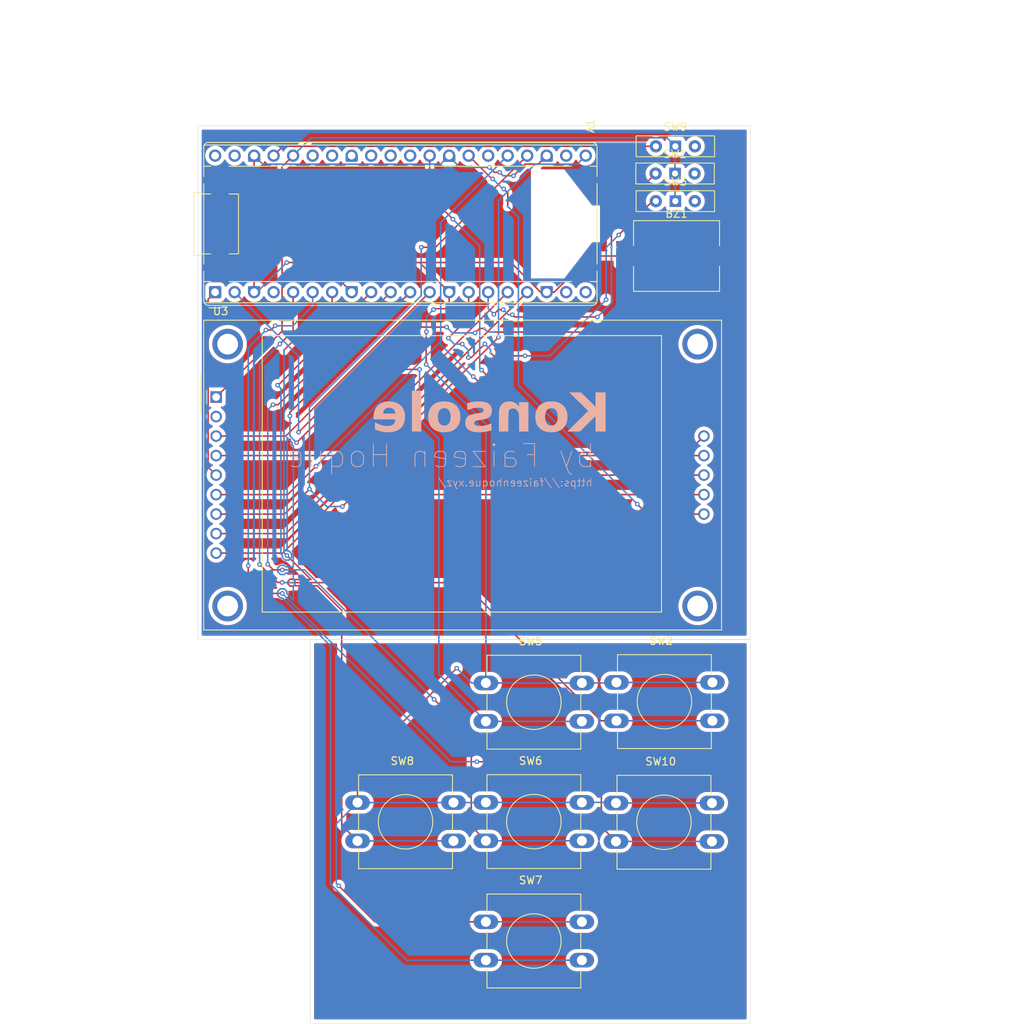
<source format=kicad_pcb>
(kicad_pcb (version 20241229) (generator "pcbnew") (generator_version "9.0")
  (layers (0 "F.Cu" signal) (2 "B.Cu" signal) (13 "F.Paste" user) (15 "B.Paste" user) (5 "F.SilkS" user "F.Silkscreen") (7 "B.SilkS" user "B.Silkscreen") (1 "F.Mask" user) (3 "B.Mask" user) (25 "Edge.Cuts" user))
  (net 0 "")
  (net 1 "+3V3")
  (net 3 "GND")
  (net 6 "MOSI")
  (net 7 "RP4")
  (net 8 "MISO")
  (net 10 "Net-(A1-GPIO13)")
  (net 12 "SD_CS")
  (net 13 "SCK")
  (net 15 "RP2")
  (net 17 "Net-(A1-GPIO0)")
  (net 21 "RP1")
  (net 23 "RP3")
  (net 24 "Net-(A1-GPIO9)")
  (net 26 "BuzzerP")
  (net 27 "RP5")
  (net 29 "Net-(A1-GPIO12)")
  (net 30 "FLASH_CD")
  (net 33 "BuzzerToggleSwitch")
  (net 35 "RP6")
  (net 36 "GameToggleSwitch")
  (net 38 "PowerToggleSwitch")
  (footprint "Button_Switch_THT:SW_PUSH-12mm" (layer "F.Cu") (at 175.464403 123.627331)
    (property "Reference" "SW10" (at 5.83 -5.41 0) (layer "F.SilkS"))
    (property "Value" "SW_Push")
    (pad "1" thru_hole oval (at 0 0) (size 3.2 1.9) (drill 1.3) (layers "*.Cu" "*.Mask") (net 3 "GND"))
    (pad "1" thru_hole oval (at 12.5 0) (size 3.2 1.9) (drill 1.3) (layers "*.Cu" "*.Mask") (net 3 "GND"))
    (pad "2" thru_hole oval (at 0 5) (size 3.2 1.9) (drill 1.3) (layers "*.Cu" "*.Mask") (net 27 "RP5"))
    (pad "2" thru_hole oval (at 12.5 5) (size 3.2 1.9) (drill 1.3) (layers "*.Cu" "*.Mask") (net 27 "RP5"))
  )
  (footprint "Buzzer_Beeper:Buzzer_Mallory_AST1109MLTRQ" (layer "F.Cu") (at 183.35625 52.3875 180)
    (property "Reference" "BZ1" (at 0 5.5 0) (layer "F.SilkS"))
    (property "Value" "Buzzer")
    (pad "1" smd rect (at -6.6 0 180) (size 2.2 2.2) (layers "F.Cu" "F.Mask" "F.Paste") (net 26 "BuzzerP"))
    (pad "2" smd rect (at 6.6 0 180) (size 2.2 2.2) (layers "F.Cu" "F.Mask" "F.Paste") (net 3 "GND"))
  )
  (footprint "Button_Switch_THT:SW_Slide-03_Wuerth-WS-SLTV_10x2.5x6.4_P2.54mm" (layer "F.Cu") (at 183.1593 41.64705)
    (property "Reference" "SW1" (at 0 -2.54 0) (layer "F.SilkS"))
    (property "Value" "SW_Wuerth_450301014042")
    (pad "1" thru_hole rect (at 0 0) (size 1.5 1.5) (drill 0.8) (layers "*.Cu" "*.Mask") (net 1 "+3V3"))
    (pad "2" thru_hole circle (at -2.54 0) (size 1.6 1.6) (drill 0.8) (layers "*.Cu" "*.Mask") (net 33 "BuzzerToggleSwitch"))
    (pad "3" thru_hole circle (at 2.54 0) (size 1.6 1.6) (drill 0.8) (layers "*.Cu" "*.Mask"))
  )
  (footprint "Button_Switch_THT:SW_PUSH-12mm" (layer "F.Cu") (at 175.524602 107.916467)
    (property "Reference" "SW2" (at 5.83 -5.41 0) (layer "F.SilkS"))
    (property "Value" "SW_Push")
    (pad "1" thru_hole oval (at 0 0) (size 3.2 1.9) (drill 1.3) (layers "*.Cu" "*.Mask") (net 3 "GND"))
    (pad "1" thru_hole oval (at 12.5 0) (size 3.2 1.9) (drill 1.3) (layers "*.Cu" "*.Mask") (net 3 "GND"))
    (pad "2" thru_hole oval (at 0 5) (size 3.2 1.9) (drill 1.3) (layers "*.Cu" "*.Mask") (net 35 "RP6"))
    (pad "2" thru_hole oval (at 12.5 5) (size 3.2 1.9) (drill 1.3) (layers "*.Cu" "*.Mask") (net 35 "RP6"))
  )
  (footprint "Button_Switch_THT:SW_PUSH-12mm" (layer "F.Cu") (at 158.52362 107.992331)
    (property "Reference" "SW5" (at 5.83 -5.41 0) (layer "F.SilkS"))
    (property "Value" "SW_Push")
    (pad "1" thru_hole oval (at 0 0) (size 3.2 1.9) (drill 1.3) (layers "*.Cu" "*.Mask") (net 3 "GND"))
    (pad "1" thru_hole oval (at 12.5 0) (size 3.2 1.9) (drill 1.3) (layers "*.Cu" "*.Mask") (net 3 "GND"))
    (pad "2" thru_hole oval (at 0 5) (size 3.2 1.9) (drill 1.3) (layers "*.Cu" "*.Mask") (net 21 "RP1"))
    (pad "2" thru_hole oval (at 12.5 5) (size 3.2 1.9) (drill 1.3) (layers "*.Cu" "*.Mask") (net 21 "RP1"))
  )
  (footprint "Display:CR2013-MI2120" (layer "F.Cu") (at 123.39862 70.757331)
    (property "Reference" "U3" (at 0.59 -11.18 0) (layer "F.SilkS"))
    (property "Value" "CR2013-MI2120")
    (pad "" thru_hole circle (at 1.5 -6.89) (size 4 4) (drill 2.7) (layers "*.Cu" "*.Mask"))
    (pad "" thru_hole circle (at 1.5 27.21) (size 4 4) (drill 2.7) (layers "*.Cu" "*.Mask"))
    (pad "" thru_hole circle (at 62.7 -6.89) (size 4 4) (drill 2.7) (layers "*.Cu" "*.Mask"))
    (pad "" thru_hole circle (at 62.7 27.21) (size 4 4) (drill 2.7) (layers "*.Cu" "*.Mask"))
    (pad "1" thru_hole rect (at 0 0) (size 1.5 1.5) (drill 1) (layers "*.Cu" "*.Mask") (net 1 "+3V3"))
    (pad "2" thru_hole circle (at 0 2.54) (size 1.5 1.5) (drill 1) (layers "*.Cu" "*.Mask"))
    (pad "3" thru_hole circle (at 0 5.08) (size 1.5 1.5) (drill 1) (layers "*.Cu" "*.Mask") (net 24 "Net-(A1-GPIO9)"))
    (pad "4" thru_hole circle (at 0 7.62) (size 1.5 1.5) (drill 1) (layers "*.Cu" "*.Mask") (net 29 "Net-(A1-GPIO12)"))
    (pad "5" thru_hole circle (at 0 10.16) (size 1.5 1.5) (drill 1) (layers "*.Cu" "*.Mask") (net 17 "Net-(A1-GPIO0)"))
    (pad "6" thru_hole circle (at 0 12.7) (size 1.5 1.5) (drill 1) (layers "*.Cu" "*.Mask") (net 6 "MOSI"))
    (pad "7" thru_hole circle (at 0 15.24) (size 1.5 1.5) (drill 1) (layers "*.Cu" "*.Mask") (net 13 "SCK"))
    (pad "8" thru_hole circle (at 0 17.78) (size 1.5 1.5) (drill 1) (layers "*.Cu" "*.Mask") (net 10 "Net-(A1-GPIO13)"))
    (pad "9" thru_hole circle (at 0 20.32) (size 1.5 1.5) (drill 1) (layers "*.Cu" "*.Mask") (net 8 "MISO"))
    (pad "10" thru_hole circle (at 63.52 5.08) (size 1.5 1.5) (drill 1) (layers "*.Cu" "*.Mask") (net 12 "SD_CS"))
    (pad "11" thru_hole circle (at 63.52 7.62) (size 1.5 1.5) (drill 1) (layers "*.Cu" "*.Mask") (net 6 "MOSI"))
    (pad "12" thru_hole circle (at 63.52 10.16) (size 1.5 1.5) (drill 1) (layers "*.Cu" "*.Mask") (net 8 "MISO"))
    (pad "13" thru_hole circle (at 63.52 12.7) (size 1.5 1.5) (drill 1) (layers "*.Cu" "*.Mask") (net 13 "SCK"))
    (pad "14" thru_hole circle (at 63.52 15.24) (size 1.5 1.5) (drill 1) (layers "*.Cu" "*.Mask") (net 30 "FLASH_CD"))
  )
  (footprint "Button_Switch_THT:SW_Slide-03_Wuerth-WS-SLTV_10x2.5x6.4_P2.54mm" (layer "F.Cu") (at 183.1975 45.24375)
    (property "Reference" "SW3" (at 0 -2.54 0) (layer "F.SilkS"))
    (property "Value" "SW_Wuerth_450301014042")
    (pad "1" thru_hole rect (at 0 0) (size 1.5 1.5) (drill 0.8) (layers "*.Cu" "*.Mask") (net 1 "+3V3"))
    (pad "2" thru_hole circle (at -2.54 0) (size 1.6 1.6) (drill 0.8) (layers "*.Cu" "*.Mask") (net 36 "GameToggleSwitch"))
    (pad "3" thru_hole circle (at 2.54 0) (size 1.6 1.6) (drill 0.8) (layers "*.Cu" "*.Mask"))
  )
  (footprint "Button_Switch_THT:SW_PUSH-12mm" (layer "F.Cu") (at 158.52362 139.092331)
    (property "Reference" "SW7" (at 5.83 -5.41 0) (layer "F.SilkS"))
    (property "Value" "SW_Push")
    (pad "1" thru_hole oval (at 0 0) (size 3.2 1.9) (drill 1.3) (layers "*.Cu" "*.Mask") (net 3 "GND"))
    (pad "1" thru_hole oval (at 12.5 0) (size 3.2 1.9) (drill 1.3) (layers "*.Cu" "*.Mask") (net 3 "GND"))
    (pad "2" thru_hole oval (at 0 5) (size 3.2 1.9) (drill 1.3) (layers "*.Cu" "*.Mask") (net 23 "RP3"))
    (pad "2" thru_hole oval (at 12.5 5) (size 3.2 1.9) (drill 1.3) (layers "*.Cu" "*.Mask") (net 23 "RP3"))
  )
  (footprint "Button_Switch_THT:SW_PUSH-12mm" (layer "F.Cu") (at 141.808353 123.562347)
    (property "Reference" "SW8" (at 5.83 -5.41 0) (layer "F.SilkS"))
    (property "Value" "SW_Push")
    (pad "1" thru_hole oval (at 0 0) (size 3.2 1.9) (drill 1.3) (layers "*.Cu" "*.Mask") (net 3 "GND"))
    (pad "1" thru_hole oval (at 12.5 0) (size 3.2 1.9) (drill 1.3) (layers "*.Cu" "*.Mask") (net 3 "GND"))
    (pad "2" thru_hole oval (at 0 5) (size 3.2 1.9) (drill 1.3) (layers "*.Cu" "*.Mask") (net 7 "RP4"))
    (pad "2" thru_hole oval (at 12.5 5) (size 3.2 1.9) (drill 1.3) (layers "*.Cu" "*.Mask") (net 7 "RP4"))
  )
  (footprint "Button_Switch_THT:SW_Slide-03_Wuerth-WS-SLTV_10x2.5x6.4_P2.54mm" (layer "F.Cu") (at 183.1975 38.1)
    (property "Reference" "SW9" (at 0 -2.54 0) (layer "F.SilkS"))
    (property "Value" "SW_Wuerth_450301014042")
    (pad "1" thru_hole rect (at 0 0) (size 1.5 1.5) (drill 0.8) (layers "*.Cu" "*.Mask") (net 1 "+3V3"))
    (pad "2" thru_hole circle (at -2.54 0) (size 1.6 1.6) (drill 0.8) (layers "*.Cu" "*.Mask") (net 38 "PowerToggleSwitch"))
    (pad "3" thru_hole circle (at 2.54 0) (size 1.6 1.6) (drill 0.8) (layers "*.Cu" "*.Mask"))
  )
  (footprint "Module:RaspberryPi_Pico_Common_THT" (layer "F.Cu") (at 123.261328 57.097884 90)
    (property "Reference" "A1" (at 20.6375 48.895 90) (layer "F.SilkS") (effects (justify left)))
    (property "Value" "RaspberryPi_Pico")
    (pad "1" thru_hole roundrect (at 0 0 90) (size 1.6 1.6) (drill 1) (layers "*.Cu" "*.Mask") (roundrect_rratio 0.125) (net 17 "Net-(A1-GPIO0)"))
    (pad "2" thru_hole circle (at 0 2.54 90) (size 1.6 1.6) (drill 1) (layers "*.Cu" "*.Mask") (net 26 "BuzzerP"))
    (pad "3" thru_hole custom (at 0 5.08 90) (size 1.6 1.6) (drill 1) (layers "*.Cu" "*.Mask") (net 3 "GND") (options (clearance outline) (anchor circle)) (primitives (gr_poly (pts (xy 0.8 0.6) (xy 0.8 -0.6) (xy 0.6 -0.8) (xy 0 -0.8) (xy 0 0.8) (xy 0.6 0.8)) (width 0) (fill yes)) (gr_circle (center 0.6 0.6) (end 0.8 0.6) (width 0) (fill yes)) (gr_circle (center 0.6 -0.6) (end 0.8 -0.6) (width 0) (fill yes))))
    (pad "4" thru_hole circle (at 0 7.62 90) (size 1.6 1.6) (drill 1) (layers "*.Cu" "*.Mask"))
    (pad "5" thru_hole circle (at 0 10.16 90) (size 1.6 1.6) (drill 1) (layers "*.Cu" "*.Mask") (net 35 "RP6"))
    (pad "6" thru_hole circle (at 0 12.7 90) (size 1.6 1.6) (drill 1) (layers "*.Cu" "*.Mask") (net 27 "RP5"))
    (pad "7" thru_hole circle (at 0 15.24 90) (size 1.6 1.6) (drill 1) (layers "*.Cu" "*.Mask") (net 7 "RP4"))
    (pad "8" thru_hole custom (at 0 17.78 90) (size 1.6 1.6) (drill 1) (layers "*.Cu" "*.Mask") (net 3 "GND") (options (clearance outline) (anchor circle)) (primitives (gr_poly (pts (xy 0.8 0.6) (xy 0.8 -0.6) (xy 0.6 -0.8) (xy 0 -0.8) (xy 0 0.8) (xy 0.6 0.8)) (width 0) (fill yes)) (gr_circle (center 0.6 0.6) (end 0.8 0.6) (width 0) (fill yes)) (gr_circle (center 0.6 -0.6) (end 0.8 -0.6) (width 0) (fill yes))))
    (pad "9" thru_hole circle (at 0 20.32 90) (size 1.6 1.6) (drill 1) (layers "*.Cu" "*.Mask") (net 23 "RP3"))
    (pad "10" thru_hole circle (at 0 22.86 90) (size 1.6 1.6) (drill 1) (layers "*.Cu" "*.Mask") (net 15 "RP2"))
    (pad "11" thru_hole circle (at 0 25.4 90) (size 1.6 1.6) (drill 1) (layers "*.Cu" "*.Mask") (net 21 "RP1"))
    (pad "12" thru_hole circle (at 0 27.94 90) (size 1.6 1.6) (drill 1) (layers "*.Cu" "*.Mask") (net 24 "Net-(A1-GPIO9)"))
    (pad "13" thru_hole custom (at 0 30.48 90) (size 1.6 1.6) (drill 1) (layers "*.Cu" "*.Mask") (net 3 "GND") (options (clearance outline) (anchor circle)) (primitives (gr_poly (pts (xy 0.8 0.6) (xy 0.8 -0.6) (xy 0.6 -0.8) (xy 0 -0.8) (xy 0 0.8) (xy 0.6 0.8)) (width 0) (fill yes)) (gr_circle (center 0.6 0.6) (end 0.8 0.6) (width 0) (fill yes)) (gr_circle (center 0.6 -0.6) (end 0.8 -0.6) (width 0) (fill yes))))
    (pad "14" thru_hole circle (at 0 33.02 90) (size 1.6 1.6) (drill 1) (layers "*.Cu" "*.Mask") (net 36 "GameToggleSwitch"))
    (pad "15" thru_hole circle (at 0 35.56 90) (size 1.6 1.6) (drill 1) (layers "*.Cu" "*.Mask") (net 33 "BuzzerToggleSwitch"))
    (pad "16" thru_hole circle (at 0 38.1 90) (size 1.6 1.6) (drill 1) (layers "*.Cu" "*.Mask") (net 29 "Net-(A1-GPIO12)"))
    (pad "17" thru_hole circle (at 0 40.64 90) (size 1.6 1.6) (drill 1) (layers "*.Cu" "*.Mask") (net 10 "Net-(A1-GPIO13)"))
    (pad "18" thru_hole custom (at 0 43.18 90) (size 1.6 1.6) (drill 1) (layers "*.Cu" "*.Mask") (net 3 "GND") (options (clearance outline) (anchor circle)) (primitives (gr_poly (pts (xy 0.8 0.6) (xy 0.8 -0.6) (xy 0.6 -0.8) (xy 0 -0.8) (xy 0 0.8) (xy 0.6 0.8)) (width 0) (fill yes)) (gr_circle (center 0.6 0.6) (end 0.8 0.6) (width 0) (fill yes)) (gr_circle (center 0.6 -0.6) (end 0.8 -0.6) (width 0) (fill yes))))
    (pad "19" thru_hole circle (at 0 45.72 90) (size 1.6 1.6) (drill 1) (layers "*.Cu" "*.Mask"))
    (pad "20" thru_hole circle (at 0 48.26 90) (size 1.6 1.6) (drill 1) (layers "*.Cu" "*.Mask"))
    (pad "21" thru_hole circle (at 17.78 48.26 90) (size 1.6 1.6) (drill 1) (layers "*.Cu" "*.Mask") (net 8 "MISO"))
    (pad "22" thru_hole circle (at 17.78 45.72 90) (size 1.6 1.6) (drill 1) (layers "*.Cu" "*.Mask"))
    (pad "23" thru_hole custom (at 17.78 43.18 90) (size 1.6 1.6) (drill 1) (layers "*.Cu" "*.Mask") (net 3 "GND") (options (clearance outline) (anchor circle)) (primitives (gr_poly (pts (xy -0.8 0.6) (xy -0.8 -0.6) (xy -0.6 -0.8) (xy 0 -0.8) (xy 0 0.8) (xy -0.6 0.8)) (width 0) (fill yes)) (gr_circle (center -0.6 0.6) (end -0.4 0.6) (width 0) (fill yes)) (gr_circle (center -0.6 -0.6) (end -0.4 -0.6) (width 0) (fill yes))))
    (pad "24" thru_hole circle (at 17.78 40.64 90) (size 1.6 1.6) (drill 1) (layers "*.Cu" "*.Mask") (net 13 "SCK"))
    (pad "25" thru_hole circle (at 17.78 38.1 90) (size 1.6 1.6) (drill 1) (layers "*.Cu" "*.Mask") (net 6 "MOSI"))
    (pad "26" thru_hole circle (at 17.78 35.56 90) (size 1.6 1.6) (drill 1) (layers "*.Cu" "*.Mask"))
    (pad "27" thru_hole circle (at 17.78 33.02 90) (size 1.6 1.6) (drill 1) (layers "*.Cu" "*.Mask") (net 30 "FLASH_CD"))
    (pad "28" thru_hole custom (at 17.78 30.48 90) (size 1.6 1.6) (drill 1) (layers "*.Cu" "*.Mask") (net 3 "GND") (options (clearance outline) (anchor circle)) (primitives (gr_poly (pts (xy -0.8 0.6) (xy -0.8 -0.6) (xy -0.6 -0.8) (xy 0 -0.8) (xy 0 0.8) (xy -0.6 0.8)) (width 0) (fill yes)) (gr_circle (center -0.6 0.6) (end -0.4 0.6) (width 0) (fill yes)) (gr_circle (center -0.6 -0.6) (end -0.4 -0.6) (width 0) (fill yes))))
    (pad "29" thru_hole circle (at 17.78 27.94 90) (size 1.6 1.6) (drill 1) (layers "*.Cu" "*.Mask") (net 12 "SD_CS"))
    (pad "30" thru_hole circle (at 17.78 25.4 90) (size 1.6 1.6) (drill 1) (layers "*.Cu" "*.Mask"))
    (pad "31" thru_hole circle (at 17.78 22.86 90) (size 1.6 1.6) (drill 1) (layers "*.Cu" "*.Mask"))
    (pad "32" thru_hole circle (at 17.78 20.32 90) (size 1.6 1.6) (drill 1) (layers "*.Cu" "*.Mask"))
    (pad "33" thru_hole custom (at 17.78 17.78 90) (size 1.6 1.6) (drill 1) (layers "*.Cu" "*.Mask") (options (clearance outline) (anchor circle)) (primitives (gr_poly (pts (xy -0.8 0.6) (xy -0.8 -0.6) (xy -0.6 -0.8) (xy 0 -0.8) (xy 0 0.8) (xy -0.6 0.8)) (width 0) (fill yes)) (gr_circle (center -0.6 0.6) (end -0.4 0.6) (width 0) (fill yes)) (gr_circle (center -0.6 -0.6) (end -0.4 -0.6) (width 0) (fill yes))))
    (pad "34" thru_hole circle (at 17.78 15.24 90) (size 1.6 1.6) (drill 1) (layers "*.Cu" "*.Mask"))
    (pad "35" thru_hole circle (at 17.78 12.7 90) (size 1.6 1.6) (drill 1) (layers "*.Cu" "*.Mask"))
    (pad "36" thru_hole circle (at 17.78 10.16 90) (size 1.6 1.6) (drill 1) (layers "*.Cu" "*.Mask") (net 1 "+3V3"))
    (pad "37" thru_hole circle (at 17.78 7.62 90) (size 1.6 1.6) (drill 1) (layers "*.Cu" "*.Mask") (net 38 "PowerToggleSwitch"))
    (pad "38" thru_hole custom (at 17.78 5.08 90) (size 1.6 1.6) (drill 1) (layers "*.Cu" "*.Mask") (net 3 "GND") (options (clearance outline) (anchor circle)) (primitives (gr_poly (pts (xy -0.8 0.6) (xy -0.8 -0.6) (xy -0.6 -0.8) (xy 0 -0.8) (xy 0 0.8) (xy -0.6 0.8)) (width 0) (fill yes)) (gr_circle (center -0.6 0.6) (end -0.4 0.6) (width 0) (fill yes)) (gr_circle (center -0.6 -0.6) (end -0.4 -0.6) (width 0) (fill yes))))
    (pad "39" thru_hole circle (at 17.78 2.54 90) (size 1.6 1.6) (drill 1) (layers "*.Cu" "*.Mask"))
    (pad "40" thru_hole circle (at 17.78 0 90) (size 1.6 1.6) (drill 1) (layers "*.Cu" "*.Mask"))
    (zone (net 0) (net_name "") (layers "F.Cu" "B.Cu" "F.Paste" "B.Paste") (name "Antenna Copper Keep Out") (connect_pads (clearance 0)) (min_thickness 0.254)
      (keepout (tracks not_allowed) (vias not_allowed) (pads not_allowed) (copperpour not_allowed) (footprints allowed))
      (fill (thermal_gap 0.508) (thermal_bridge_width 0.508))
      (polygon (pts (xy 172.381223 50.607884) (xy 168.731223 55.307884) (xy 164.391328 55.307884) (xy 164.391328 41.107884) (xy 168.731223 41.107884) (xy 172.381223 45.807884) (xy 173.391328 45.807884) (xy 173.391328 50.607884)))
    )
  )
  (footprint "Button_Switch_THT:SW_PUSH-12mm" (layer "F.Cu") (at 158.52362 123.542331)
    (property "Reference" "SW6" (at 5.83 -5.41 0) (layer "F.SilkS"))
    (property "Value" "SW_Push")
    (pad "1" thru_hole oval (at 0 0) (size 3.2 1.9) (drill 1.3) (layers "*.Cu" "*.Mask") (net 3 "GND"))
    (pad "1" thru_hole oval (at 12.5 0) (size 3.2 1.9) (drill 1.3) (layers "*.Cu" "*.Mask") (net 3 "GND"))
    (pad "2" thru_hole oval (at 0 5) (size 3.2 1.9) (drill 1.3) (layers "*.Cu" "*.Mask") (net 15 "RP2"))
    (pad "2" thru_hole oval (at 12.5 5) (size 3.2 1.9) (drill 1.3) (layers "*.Cu" "*.Mask") (net 15 "RP2"))
  )
  (gr_rect (start 135.661031 102.32512) (end 192.977561 152.289272) (stroke (width 0.05)) (fill no) (layer "Edge.Cuts"))
  (gr_rect (start 121.029178 35.44911) (end 192.977561 102.32512) (stroke (width 0.05)) (fill no) (layer "Edge.Cuts"))
  (gr_text "https://faizeenhoque.xyz/" (at 162.360871 81.896855 0) (layer "B.SilkS") (effects (font (size 1 1) (thickness 0.1)) (justify mirror)))
  (gr_text "Konsole" (at 159.158878 73.172354 0) (layer "B.SilkS") (effects (font (size 5 5) (thickness 0.2) (bold yes)) (justify mirror)))
  (gr_text "by Faizeen Hoque" (at 152.648691 78.439977 0) (layer "B.SilkS") (effects (font (size 3 3) (thickness 0.1)) (justify mirror)))
  (segment (start 123.39862 70.757331) (end 131.982328 62.173623) (width 0.2) (layer "F.Cu") (net 1))
  (segment (start 131.982328 40.756884) (end 133.421328 39.317884) (width 0.2) (layer "F.Cu") (net 1))
  (segment (start 131.982328 62.173623) (end 131.982328 40.756884) (width 0.2) (layer "F.Cu") (net 1))
  (segment (start 183.1593 45.20555) (end 183.1975 45.24375) (width 0.2) (layer "B.Cu") (net 1))
  (segment (start 183.1975 38.1) (end 182.0965 36.999) (width 0.2) (layer "B.Cu") (net 1))
  (segment (start 183.1593 41.64705) (end 183.1593 45.20555) (width 0.2) (layer "B.Cu") (net 1))
  (segment (start 183.1975 38.1) (end 183.1593 38.1382) (width 0.2) (layer "B.Cu") (net 1))
  (segment (start 182.0965 36.999) (end 135.740212 36.999) (width 0.2) (layer "B.Cu") (net 1))
  (segment (start 135.740212 36.999) (end 133.421328 39.317884) (width 0.2) (layer "B.Cu") (net 1))
  (segment (start 183.1593 38.1382) (end 183.1593 41.64705) (width 0.2) (layer "B.Cu") (net 1))
  (segment (start 163.648857 40.418884) (end 162.122505 41.945236) (width 0.2) (layer "F.Cu") (net 3))
  (segment (start 137.178285 53.234841) (end 132.582328 53.234841) (width 0.2) (layer "F.Cu") (net 3))
  (segment (start 150.750581 66.505139) (end 150.750581 62.272406) (width 0.2) (layer "F.Cu") (net 3))
  (segment (start 153.850082 59.245783) (end 153.850082 58.702011) (width 0.2) (layer "F.Cu") (net 3))
  (segment (start 176.75625 52.3875) (end 172.134662 52.3875) (width 0.2) (layer "F.Cu") (net 3))
  (segment (start 150.750581 62.272406) (end 150.77777 62.245217) (width 0.2) (layer "F.Cu") (net 3))
  (segment (start 167.424278 57.097884) (end 166.441328 57.097884) (width 0.2) (layer "F.Cu") (net 3))
  (segment (start 141.808353 118.978126) (end 141.808353 123.562347) (width 0.2) (layer "F.Cu") (net 3))
  (segment (start 165.340328 40.418884) (end 163.648857 40.418884) (width 0.2) (layer "F.Cu") (net 3))
  (segment (start 166.441328 57.097884) (end 165.647495 57.097884) (width 0.2) (layer "F.Cu") (net 3))
  (segment (start 154.724625 106.061854) (end 141.808353 118.978126) (width 0.2) (layer "F.Cu") (net 3))
  (segment (start 141.041328 57.097884) (end 137.178285 53.234841) (width 0.2) (layer "F.Cu") (net 3))
  (segment (start 128.341328 39.317884) (end 128.341328 57.097884) (width 0.2) (layer "F.Cu") (net 3))
  (segment (start 165.647495 57.097884) (end 161.784452 53.234841) (width 0.2) (layer "F.Cu") (net 3))
  (segment (start 151.810936 59.245783) (end 153.850082 59.245783) (width 0.2) (layer "F.Cu") (net 3))
  (segment (start 153.741328 58.593257) (end 153.741328 57.097884) (width 0.2) (layer "F.Cu") (net 3))
  (segment (start 144.051839 139.092331) (end 158.52362 139.092331) (width 0.2) (layer "F.Cu") (net 3))
  (segment (start 161.784452 53.234841) (end 149.878285 53.234841) (width 0.2) (layer "F.Cu") (net 3))
  (segment (start 159.627635 41.498574) (end 158.979872 40.850811) (width 0.2) (layer "F.Cu") (net 3))
  (segment (start 153.850082 58.702011) (end 153.741328 58.593257) (width 0.2) (layer "F.Cu") (net 3))
  (segment (start 166.441328 39.317884) (end 165.340328 40.418884) (width 0.2) (layer "F.Cu") (net 3))
  (segment (start 151.702182 59.354537) (end 151.810936 59.245783) (width 0.2) (layer "F.Cu") (net 3))
  (segment (start 149.878285 53.234841) (end 137.178285 53.234841) (width 0.2) (layer "F.Cu") (net 3))
  (segment (start 153.741328 57.097884) (end 149.878285 53.234841) (width 0.2) (layer "F.Cu") (net 3))
  (segment (start 139.370106 134.410598) (end 144.051839 139.092331) (width 0.2) (layer "F.Cu") (net 3))
  (segment (start 160.316413 41.498574) (end 159.627635 41.498574) (width 0.2) (layer "F.Cu") (net 3))
  (segment (start 172.134662 52.3875) (end 167.424278 57.097884) (width 0.2) (layer "F.Cu") (net 3))
  (via (at 150.77777 62.245217) (size 0.6) (drill 0.3) (layers "F.Cu" "B.Cu") (net 3))
  (via (at 162.122505 41.945236) (size 0.6) (drill 0.3) (layers "F.Cu" "B.Cu") (net 3))
  (via (at 158.979872 40.850811) (size 0.6) (drill 0.3) (layers "F.Cu" "B.Cu") (net 3))
  (via (at 160.316413 41.498574) (size 0.6) (drill 0.3) (layers "F.Cu" "B.Cu") (net 3))
  (via (at 154.724625 106.061854) (size 0.6) (drill 0.3) (layers "F.Cu" "B.Cu") (net 3))
  (via (at 151.702182 59.354537) (size 0.6) (drill 0.3) (layers "F.Cu" "B.Cu") (net 3))
  (via (at 139.370106 134.410598) (size 0.6) (drill 0.3) (layers "F.Cu" "B.Cu") (net 3))
  (via (at 132.582328 53.234841) (size 0.6) (drill 0.3) (layers "F.Cu" "B.Cu") (net 3))
  (via (at 150.750581 66.505139) (size 0.6) (drill 0.3) (layers "F.Cu" "B.Cu") (net 3))
  (segment (start 175.464403 123.627331) (end 187.964403 123.627331) (width 0.2) (layer "B.Cu") (net 3))
  (segment (start 153.741328 39.441328) (end 153.741328 39.317884) (width 0.2) (layer "B.Cu") (net 3))
  (segment (start 158.52362 107.992331) (end 171.02362 107.992331) (width 0.2) (layer "B.Cu") (net 3))
  (segment (start 171.02362 107.992331) (end 175.448738 107.992331) (width 0.2) (layer "B.Cu") (net 3))
  (segment (start 158.503604 123.562347) (end 158.52362 123.542331) (width 0.2) (layer "B.Cu") (net 3))
  (segment (start 150.77777 62.245217) (end 150.77777 60.278949) (width 0.2) (layer "B.Cu") (net 3))
  (segment (start 141.808353 123.562347) (end 139.043843 126.326857) (width 0.2) (layer "B.Cu") (net 3))
  (segment (start 158.52362 107.992331) (end 160.338984 107.992331) (width 0.2) (layer "B.Cu") (net 3))
  (segment (start 139.043843 134.084335) (end 139.370106 134.410598) (width 0.2) (layer "B.Cu") (net 3))
  (segment (start 158.979872 40.850811) (end 155.150811 40.850811) (width 0.2) (layer "B.Cu") (net 3))
  (segment (start 155.150811 40.850811) (end 153.741328 39.441328) (width 0.2) (layer "B.Cu") (net 3))
  (segment (start 175.448738 107.992331) (end 175.524602 107.916467) (width 0.2) (layer "B.Cu") (net 3))
  (segment (start 175.524602 107.916467) (end 188.024602 107.916467) (width 0.2) (layer "B.Cu") (net 3))
  (segment (start 141.808353 123.562347) (end 154.308353 123.562347) (width 0.2) (layer "B.Cu") (net 3))
  (segment (start 139.043843 126.326857) (end 139.043843 134.084335) (width 0.2) (layer "B.Cu") (net 3))
  (segment (start 158.52362 107.992331) (end 156.655102 107.992331) (width 0.2) (layer "B.Cu") (net 3))
  (segment (start 154.308353 123.562347) (end 158.503604 123.562347) (width 0.2) (layer "B.Cu") (net 3))
  (segment (start 171.02362 123.542331) (end 175.379403 123.542331) (width 0.2) (layer "B.Cu") (net 3))
  (segment (start 128.719285 57.097884) (end 128.341328 57.097884) (width 0.2) (layer "B.Cu") (net 3))
  (segment (start 156.655102 107.992331) (end 154.724625 106.061854) (width 0.2) (layer "B.Cu") (net 3))
  (segment (start 160.763075 41.945236) (end 160.316413 41.498574) (width 0.2) (layer "B.Cu") (net 3))
  (segment (start 129.447328 40.423884) (end 128.341328 39.317884) (width 0.2) (layer "B.Cu") (net 3))
  (segment (start 158.52362 107.992331) (end 158.52362 74.278178) (width 0.2) (layer "B.Cu") (net 3))
  (segment (start 158.52362 139.092331) (end 171.02362 139.092331) (width 0.2) (layer "B.Cu") (net 3))
  (segment (start 150.77777 60.278949) (end 151.702182 59.354537) (width 0.2) (layer "B.Cu") (net 3))
  (segment (start 153.741328 39.317884) (end 152.635328 40.423884) (width 0.2) (layer "B.Cu") (net 3))
  (segment (start 132.582328 53.234841) (end 128.719285 57.097884) (width 0.2) (layer "B.Cu") (net 3))
  (segment (start 158.52362 123.542331) (end 171.02362 123.542331) (width 0.2) (layer "B.Cu") (net 3))
  (segment (start 152.635328 40.423884) (end 129.447328 40.423884) (width 0.2) (layer "B.Cu") (net 3))
  (segment (start 175.379403 123.542331) (end 175.464403 123.627331) (width 0.2) (layer "B.Cu") (net 3))
  (segment (start 162.122505 41.945236) (end 160.763075 41.945236) (width 0.2) (layer "B.Cu") (net 3))
  (segment (start 158.52362 74.278178) (end 150.750581 66.505139) (width 0.2) (layer "B.Cu") (net 3))
  (segment (start 123.39862 83.457331) (end 132.703883 83.457331) (width 0.2) (layer "F.Cu") (net 6))
  (segment (start 186.91862 78.377331) (end 167.179248 78.377331) (width 0.2) (layer "F.Cu") (net 6))
  (segment (start 132.703883 83.457331) (end 136.413102 79.748112) (width 0.2) (layer "F.Cu") (net 6))
  (segment (start 167.179248 78.377331) (end 156.886119 68.084202) (width 0.2) (layer "F.Cu") (net 6))
  (via (at 156.886119 68.084202) (size 0.6) (drill 0.3) (layers "F.Cu" "B.Cu") (net 6))
  (via (at 136.413102 79.748112) (size 0.6) (drill 0.3) (layers "F.Cu" "B.Cu") (net 6))
  (segment (start 156.804553 68.084202) (end 152.635328 63.914977) (width 0.2) (layer "B.Cu") (net 6))
  (segment (start 152.635328 63.914977) (end 152.635328 63.525886) (width 0.2) (layer "B.Cu") (net 6))
  (segment (start 156.886119 68.084202) (end 156.804553 68.084202) (width 0.2) (layer "B.Cu") (net 6))
  (segment (start 152.635328 48.043884) (end 161.361328 39.317884) (width 0.2) (layer "B.Cu") (net 6))
  (segment (start 136.413102 79.748112) (end 152.635328 63.525886) (width 0.2) (layer "B.Cu") (net 6))
  (segment (start 152.635328 63.525886) (end 152.635328 48.043884) (width 0.2) (layer "B.Cu") (net 6))
  (segment (start 141.808353 128.562347) (end 139.74853 126.502524) (width 0.2) (layer "F.Cu") (net 7))
  (segment (start 133.027245 95.374736) (end 132.763056 95.110547) (width 0.2) (layer "F.Cu") (net 7))
  (segment (start 132.763056 95.110547) (end 132.763056 94.736925) (width 0.2) (layer "F.Cu") (net 7))
  (segment (start 139.74853 126.502524) (end 139.74853 98.521841) (width 0.2) (layer "F.Cu") (net 7))
  (segment (start 133.027245 94.472736) (end 133.400867 94.472736) (width 0.2) (layer "F.Cu") (net 7))
  (segment (start 138.501328 58.369575) (end 138.501328 57.097884) (width 0.2) (layer "F.Cu") (net 7))
  (segment (start 132.235267 64.662824) (end 132.235267 64.635636) (width 0.2) (layer "F.Cu") (net 7))
  (segment (start 136.551425 95.324736) (end 133.450867 95.324736) (width 0.2) (layer "F.Cu") (net 7))
  (segment (start 132.235267 64.635636) (end 138.501328 58.369575) (width 0.2) (layer "F.Cu") (net 7))
  (segment (start 133.400867 94.472736) (end 133.450867 94.522736) (width 0.2) (layer "F.Cu") (net 7))
  (segment (start 133.450867 94.522736) (end 135.749425 94.522736) (width 0.2) (layer "F.Cu") (net 7))
  (segment (start 135.749425 94.522736) (end 132.615907 91.389218) (width 0.2) (layer "F.Cu") (net 7))
  (segment (start 139.74853 98.521841) (end 136.551425 95.324736) (width 0.2) (layer "F.Cu") (net 7))
  (segment (start 133.450867 95.324736) (end 133.400867 95.374736) (width 0.2) (layer "F.Cu") (net 7))
  (segment (start 132.763056 94.736925) (end 133.027245 94.472736) (width 0.2) (layer "F.Cu") (net 7))
  (segment (start 133.400867 95.374736) (end 133.027245 95.374736) (width 0.2) (layer "F.Cu") (net 7))
  (via micro (at 132.235267 64.662824) (size 0.3) (drill 0.1) (layers "F.Cu" "B.Cu") (net 7))
  (via (at 132.615907 91.389218) (size 0.6) (drill 0.3) (layers "F.Cu" "B.Cu") (net 7))
  (segment (start 141.808353 128.562347) (end 154.308353 128.562347) (width 0.2) (layer "B.Cu") (net 7))
  (segment (start 132.235267 91.008578) (end 132.235267 64.662824) (width 0.2) (layer "B.Cu") (net 7))
  (segment (start 132.615907 91.389218) (end 132.235267 91.008578) (width 0.2) (layer "B.Cu") (net 7))
  (segment (start 167.633509 80.917331) (end 154.928245 68.212067) (width 0.2) (layer "F.Cu") (net 8))
  (segment (start 132.062982 91.077331) (end 154.928245 68.212067) (width 0.2) (layer "F.Cu") (net 8))
  (segment (start 154.928245 68.212067) (end 160.169692 62.970621) (width 0.2) (layer "F.Cu") (net 8))
  (segment (start 123.39862 91.077331) (end 132.062982 91.077331) (width 0.2) (layer "F.Cu") (net 8))
  (segment (start 186.91862 80.917331) (end 167.633509 80.917331) (width 0.2) (layer "F.Cu") (net 8))
  (via (at 160.169692 62.970621) (size 0.6) (drill 0.3) (layers "F.Cu" "B.Cu") (net 8))
  (segment (start 160.169692 62.970621) (end 160.169692 45.186684) (width 0.2) (layer "B.Cu") (net 8))
  (segment (start 164.932492 40.423884) (end 170.415328 40.423884) (width 0.2) (layer "B.Cu") (net 8))
  (segment (start 170.415328 40.423884) (end 171.521328 39.317884) (width 0.2) (layer "B.Cu") (net 8))
  (segment (start 160.169692 45.186684) (end 164.932492 40.423884) (width 0.2) (layer "B.Cu") (net 8))
  (segment (start 132.461881 88.537331) (end 163.901328 57.097884) (width 0.2) (layer "F.Cu") (net 10))
  (segment (start 123.39862 88.537331) (end 132.461881 88.537331) (width 0.2) (layer "F.Cu") (net 10))
  (segment (start 186.91862 75.837331) (end 184.77962 77.976331) (width 0.2) (layer "F.Cu") (net 12))
  (segment (start 168.695044 77.976331) (end 157.9646 67.245887) (width 0.2) (layer "F.Cu") (net 12))
  (segment (start 184.77962 77.976331) (end 168.695044 77.976331) (width 0.2) (layer "F.Cu") (net 12))
  (segment (start 154.230699 47.597592) (end 151.201328 44.568221) (width 0.2) (layer "F.Cu") (net 12))
  (segment (start 151.201328 44.568221) (end 151.201328 39.317884) (width 0.2) (layer "F.Cu") (net 12))
  (via (at 154.230699 47.597592) (size 0.6) (drill 0.3) (layers "F.Cu" "B.Cu") (net 12))
  (via (at 157.9646 67.245887) (size 0.6) (drill 0.3) (layers "F.Cu" "B.Cu") (net 12))
  (segment (start 157.9646 67.245887) (end 157.720328 67.001615) (width 0.2) (layer "B.Cu") (net 12))
  (segment (start 157.720328 51.087221) (end 154.230699 47.597592) (width 0.2) (layer "B.Cu") (net 12))
  (segment (start 157.720328 67.001615) (end 157.720328 51.087221) (width 0.2) (layer "B.Cu") (net 12))
  (segment (start 151.966904 51.252308) (end 163.901328 39.317884) (width 0.2) (layer "F.Cu") (net 13))
  (segment (start 123.39862 85.997331) (end 132.3006 85.997331) (width 0.2) (layer "F.Cu") (net 13))
  (segment (start 141.386256 83.457331) (end 139.834481 85.009106) (width 0.2) (layer "F.Cu") (net 13))
  (segment (start 150.100328 51.252308) (end 151.966904 51.252308) (width 0.2) (layer "F.Cu") (net 13))
  (segment (start 186.91862 83.457331) (end 141.386256 83.457331) (width 0.2) (layer "F.Cu") (net 13))
  (segment (start 132.3006 85.997331) (end 135.552276 82.745655) (width 0.2) (layer "F.Cu") (net 13))
  (via (at 135.552276 82.745655) (size 0.6) (drill 0.3) (layers "F.Cu" "B.Cu") (net 13))
  (via (at 139.834481 85.009106) (size 0.6) (drill 0.3) (layers "F.Cu" "B.Cu") (net 13))
  (via (at 150.100328 51.252308) (size 0.6) (drill 0.3) (layers "F.Cu" "B.Cu") (net 13))
  (segment (start 135.552276 82.745655) (end 135.552276 72.101986) (width 0.2) (layer "B.Cu") (net 13))
  (segment (start 150.100328 57.553934) (end 150.100328 51.252308) (width 0.2) (layer "B.Cu") (net 13))
  (segment (start 150.295295 51.057341) (end 150.100328 51.252308) (width 0.2) (layer "B.Cu") (net 13))
  (segment (start 135.552276 72.101986) (end 150.100328 57.553934) (width 0.2) (layer "B.Cu") (net 13))
  (segment (start 137.815727 85.009106) (end 135.552276 82.745655) (width 0.2) (layer "B.Cu") (net 13))
  (segment (start 139.834481 85.009106) (end 137.815727 85.009106) (width 0.2) (layer "B.Cu") (net 13))
  (segment (start 156.62262 114.969534) (end 151.776162 110.123076) (width 0.2) (layer "F.Cu") (net 15))
  (segment (start 131.460163 71.759049) (end 146.121328 57.097884) (width 0.2) (layer "F.Cu") (net 15))
  (segment (start 132.015907 93.265232) (end 130.848649 93.265232) (width 0.2) (layer "F.Cu") (net 15))
  (segment (start 130.848649 93.265232) (end 130.114556 92.531139) (width 0.2) (layer "F.Cu") (net 15))
  (segment (start 130.794271 71.759049) (end 131.460163 71.759049) (width 0.2) (layer "F.Cu") (net 15))
  (segment (start 156.62262 126.641331) (end 156.62262 114.969534) (width 0.2) (layer "F.Cu") (net 15))
  (segment (start 158.52362 128.542331) (end 156.62262 126.641331) (width 0.2) (layer "F.Cu") (net 15))
  (via (at 130.794271 71.759049) (size 0.6) (drill 0.3) (layers "F.Cu" "B.Cu") (net 15))
  (via (at 130.114556 92.531139) (size 0.6) (drill 0.3) (layers "F.Cu" "B.Cu") (net 15))
  (via (at 151.776162 110.123076) (size 0.6) (drill 0.3) (layers "F.Cu" "B.Cu") (net 15))
  (via (at 132.015907 93.265232) (size 0.6) (drill 0.3) (layers "F.Cu" "B.Cu") (net 15))
  (segment (start 130.114556 72.438764) (end 130.794271 71.759049) (width 0.2) (layer "B.Cu") (net 15))
  (segment (start 134.918318 93.265232) (end 132.015907 93.265232) (width 0.2) (layer "B.Cu") (net 15))
  (segment (start 151.776162 110.123076) (end 134.918318 93.265232) (width 0.2) (layer "B.Cu") (net 15))
  (segment (start 130.114556 92.531139) (end 130.114556 72.438764) (width 0.2) (layer "B.Cu") (net 15))
  (segment (start 158.52362 128.542331) (end 171.02362 128.542331) (width 0.2) (layer "B.Cu") (net 15))
  (segment (start 123.39862 80.917331) (end 122.34762 79.866331) (width 0.2) (layer "F.Cu") (net 17))
  (segment (start 122.34762 79.866331) (end 122.34762 58.011592) (width 0.2) (layer "F.Cu") (net 17))
  (segment (start 122.34762 58.011592) (end 123.261328 57.097884) (width 0.2) (layer "F.Cu") (net 17))
  (segment (start 132.99974 73.217242) (end 132.99974 72.759472) (width 0.2) (layer "F.Cu") (net 21))
  (segment (start 149.883861 67.154184) (end 143.412975 67.154184) (width 0.2) (layer "F.Cu") (net 21))
  (segment (start 132.99974 72.759472) (end 148.661328 57.097884) (width 0.2) (layer "F.Cu") (net 21))
  (segment (start 143.412975 67.154184) (end 133.869776 76.697383) (width 0.2) (layer "F.Cu") (net 21))
  (via (at 133.869776 76.697383) (size 0.6) (drill 0.3) (layers "F.Cu" "B.Cu") (net 21))
  (via (at 149.883861 67.154184) (size 0.6) (drill 0.3) (layers "F.Cu" "B.Cu") (net 21))
  (via (at 132.99974 73.217242) (size 0.6) (drill 0.3) (layers "F.Cu" "B.Cu") (net 21))
  (segment (start 149.883861 73.683861) (end 149.883861 67.154184) (width 0.2) (layer "B.Cu") (net 21))
  (segment (start 158.52362 112.992331) (end 171.02362 112.992331) (width 0.2) (layer "B.Cu") (net 21))
  (segment (start 152.4 106.868711) (end 152.4 76.2) (width 0.2) (layer "B.Cu") (net 21))
  (segment (start 132.99974 75.827347) (end 132.99974 73.217242) (width 0.2) (layer "B.Cu") (net 21))
  (segment (start 152.4 76.2) (end 149.883861 73.683861) (width 0.2) (layer "B.Cu") (net 21))
  (segment (start 158.52362 112.992331) (end 152.4 106.868711) (width 0.2) (layer "B.Cu") (net 21))
  (segment (start 133.869776 76.697383) (end 132.99974 75.827347) (width 0.2) (layer "B.Cu") (net 21))
  (segment (start 131.47348 69.205732) (end 143.581328 57.097884) (width 0.2) (layer "F.Cu") (net 23))
  (segment (start 131.396805 69.205732) (end 131.47348 69.205732) (width 0.2) (layer "F.Cu") (net 23))
  (via (at 131.396805 69.205732) (size 0.6) (drill 0.3) (layers "F.Cu" "B.Cu") (net 23))
  (segment (start 138.280345 134.17078) (end 138.280345 103.159873) (width 0.2) (layer "B.Cu") (net 23))
  (segment (start 131.414907 96.079392) (end 131.766964 95.727335) (width 0.2) (layer "B.Cu") (net 23))
  (segment (start 133.447571 94.51944) (end 133.447571 93.666232) (width 0.2) (layer "B.Cu") (net 23))
  (segment (start 133.216907 91.638161) (end 132.86485 91.990218) (width 0.2) (layer "B.Cu") (net 23))
  (segment (start 132.46485 93.666232) (end 132.26485 93.866232) (width 0.2) (layer "B.Cu") (net 23))
  (segment (start 133.665056 94.736925) (end 133.447571 94.51944) (width 0.2) (layer "B.Cu") (net 23))
  (segment (start 133.447571 93.666232) (end 132.46485 93.666232) (width 0.2) (layer "B.Cu") (net 23))
  (segment (start 132.46485 92.864232) (end 133.447571 92.864232) (width 0.2) (layer "B.Cu") (net 23))
  (segment (start 131.834267 91.174678) (end 131.834267 69.643194) (width 0.2) (layer "B.Cu") (net 23))
  (segment (start 131.414907 96.577278) (end 131.414907 96.079392) (width 0.2) (layer "B.Cu") (net 23))
  (segment (start 131.766964 95.727335) (end 132.26485 95.727335) (width 0.2) (layer "B.Cu") (net 23))
  (segment (start 132.636267 76.030974) (end 132.636267 90.788218) (width 0.2) (layer "B.Cu") (net 23))
  (segment (start 131.766964 92.664232) (end 132.26485 92.664232) (width 0.2) (layer "B.Cu") (net 23))
  (segment (start 133.447571 95.328032) (end 133.665056 95.110547) (width 0.2) (layer "B.Cu") (net 23))
  (segment (start 132.616907 96.079392) (end 132.616907 96.362235) (width 0.2) (layer "B.Cu") (net 23))
  (segment (start 132.26485 92.664232) (end 132.46485 92.864232) (width 0.2) (layer "B.Cu") (net 23))
  (segment (start 131.414907 93.016289) (end 131.766964 92.664232) (width 0.2) (layer "B.Cu") (net 23))
  (segment (start 132.26485 95.727335) (end 132.616907 96.079392) (width 0.2) (layer "B.Cu") (net 23))
  (segment (start 131.834267 69.643194) (end 131.396805 69.205732) (width 0.2) (layer "B.Cu") (net 23))
  (segment (start 131.414907 93.514175) (end 131.414907 93.016289) (width 0.2) (layer "B.Cu") (net 23))
  (segment (start 132.049807 96.929335) (end 131.766964 96.929335) (width 0.2) (layer "B.Cu") (net 23))
  (segment (start 132.86485 91.990218) (end 132.366964 91.990218) (width 0.2) (layer "B.Cu") (net 23))
  (segment (start 158.52362 144.092331) (end 171.02362 144.092331) (width 0.2) (layer "B.Cu") (net 23))
  (segment (start 132.014907 91.638161) (end 132.014907 91.355318) (width 0.2) (layer "B.Cu") (net 23))
  (segment (start 133.268776 76.663483) (end 132.636267 76.030974) (width 0.2) (layer "B.Cu") (net 23))
  (segment (start 133.268776 76.946326) (end 133.268776 76.663483) (width 0.2) (layer "B.Cu") (net 23))
  (segment (start 131.766964 93.866232) (end 131.414907 93.514175) (width 0.2) (layer "B.Cu") (net 23))
  (segment (start 131.766964 96.929335) (end 131.414907 96.577278) (width 0.2) (layer "B.Cu") (net 23))
  (segment (start 132.014907 91.355318) (end 131.834267 91.174678) (width 0.2) (layer "B.Cu") (net 23))
  (segment (start 133.665056 95.110547) (end 133.665056 94.736925) (width 0.2) (layer "B.Cu") (net 23))
  (segment (start 138.280345 103.159873) (end 132.049807 96.929335) (width 0.2) (layer "B.Cu") (net 23))
  (segment (start 133.447571 97.192899) (end 133.447571 95.328032) (width 0.2) (layer "B.Cu") (net 23))
  (segment (start 133.216907 91.140275) (end 133.216907 91.638161) (width 0.2) (layer "B.Cu") (net 23))
  (segment (start 133.447571 77.125121) (end 133.268776 76.946326) (width 0.2) (layer "B.Cu") (net 23))
  (segment (start 158.52362 144.092331) (end 148.201896 144.092331) (width 0.2) (layer "B.Cu") (net 23))
  (segment (start 148.201896 144.092331) (end 138.280345 134.17078) (width 0.2) (layer "B.Cu") (net 23))
  (segment (start 132.366964 91.990218) (end 132.014907 91.638161) (width 0.2) (layer "B.Cu") (net 23))
  (segment (start 133.447571 92.864232) (end 133.447571 77.125121) (width 0.2) (layer "B.Cu") (net 23))
  (segment (start 132.26485 93.866232) (end 131.766964 93.866232) (width 0.2) (layer "B.Cu") (net 23))
  (segment (start 132.86485 90.788218) (end 133.216907 91.140275) (width 0.2) (layer "B.Cu") (net 23))
  (segment (start 132.616907 96.362235) (end 133.447571 97.192899) (width 0.2) (layer "B.Cu") (net 23))
  (segment (start 132.636267 90.788218) (end 132.86485 90.788218) (width 0.2) (layer "B.Cu") (net 23))
  (segment (start 123.39862 75.837331) (end 132.461881 75.837331) (width 0.2) (layer "F.Cu") (net 24))
  (segment (start 132.461881 75.837331) (end 151.201328 57.097884) (width 0.2) (layer "F.Cu") (net 24))
  (segment (start 157.700352 61.826474) (end 157.120328 62.406498) (width 0.2) (layer "F.Cu") (net 26))
  (segment (start 189.95625 52.3875) (end 180.046006 62.297744) (width 0.2) (layer "F.Cu") (net 26))
  (segment (start 180.046006 62.297744) (end 159.645557 62.297744) (width 0.2) (layer "F.Cu") (net 26))
  (segment (start 159.645557 62.297744) (end 159.627431 62.279618) (width 0.2) (layer "F.Cu") (net 26))
  (segment (start 153.410304 61.645217) (end 148.69308 61.645217) (width 0.2) (layer "F.Cu") (net 26))
  (segment (start 158.304253 61.826474) (end 157.700352 61.826474) (width 0.2) (layer "F.Cu") (net 26))
  (segment (start 148.69308 61.645217) (end 147.823216 61.645217) (width 0.2) (layer "F.Cu") (net 26))
  (segment (start 147.823216 61.645217) (end 134.12926 75.339173) (width 0.2) (layer "F.Cu") (net 26))
  (via (at 134.12926 75.339173) (size 0.6) (drill 0.3) (layers "F.Cu" "B.Cu") (net 26))
  (via micro (at 158.304253 61.826474) (size 0.3) (drill 0.1) (layers "F.Cu" "B.Cu") (net 26))
  (via (at 157.120328 62.406498) (size 0.6) (drill 0.3) (layers "F.Cu" "B.Cu") (net 26))
  (via micro (at 159.627431 62.279618) (size 0.3) (drill 0.1) (layers "F.Cu" "B.Cu") (net 26))
  (via (at 153.410304 61.645217) (size 0.6) (drill 0.3) (layers "F.Cu" "B.Cu") (net 26))
  (segment (start 134.12926 75.339173) (end 134.12926 65.425816) (width 0.2) (layer "B.Cu") (net 26))
  (segment (start 158.757397 62.279618) (end 158.304253 61.826474) (width 0.2) (layer "B.Cu") (net 26))
  (segment (start 134.12926 65.425816) (end 125.801328 57.097884) (width 0.2) (layer "B.Cu") (net 26))
  (segment (start 159.627431 62.279618) (end 158.757397 62.279618) (width 0.2) (layer "B.Cu") (net 26))
  (segment (start 154.171585 62.406498) (end 153.410304 61.645217) (width 0.2) (layer "B.Cu") (net 26))
  (segment (start 157.120328 62.406498) (end 154.171585 62.406498) (width 0.2) (layer "B.Cu") (net 26))
  (segment (start 173.563403 126.726331) (end 173.563403 119.105742) (width 0.2) (layer "F.Cu") (net 27))
  (segment (start 127.576807 94.533886) (end 127.576807 92.712251) (width 0.2) (layer "F.Cu") (net 27))
  (segment (start 172.715694 118.258033) (end 172.700008 118.242347) (width 0.2) (layer "F.Cu") (net 27))
  (segment (start 175.464403 128.627331) (end 173.563403 126.726331) (width 0.2) (layer "F.Cu") (net 27))
  (segment (start 130.532064 62.024622) (end 131.084137 61.472549) (width 0.2) (layer "F.Cu") (net 27))
  (segment (start 173.563403 119.105742) (end 172.715694 118.258033) (width 0.2) (layer "F.Cu") (net 27))
  (segment (start 172.700008 118.242347) (end 157.348325 118.242347) (width 0.2) (layer "F.Cu") (net 27))
  (segment (start 132.015907 96.328335) (end 129.371256 96.328335) (width 0.2) (layer "F.Cu") (net 27))
  (segment (start 129.879537 62.024622) (end 130.532064 62.024622) (width 0.2) (layer "F.Cu") (net 27))
  (segment (start 129.371256 96.328335) (end 127.576807 94.533886) (width 0.2) (layer "F.Cu") (net 27))
  (via (at 131.084137 61.472549) (size 0.6) (drill 0.3) (layers "F.Cu" "B.Cu") (net 27))
  (via (at 157.348325 118.242347) (size 0.6) (drill 0.3) (layers "F.Cu" "B.Cu") (net 27))
  (via (at 129.879537 62.024622) (size 0.6) (drill 0.3) (layers "F.Cu" "B.Cu") (net 27))
  (via (at 132.015907 96.328335) (size 0.6) (drill 0.3) (layers "F.Cu" "B.Cu") (net 27))
  (via (at 127.576807 92.712251) (size 0.6) (drill 0.3) (layers "F.Cu" "B.Cu") (net 27))
  (segment (start 153.929919 118.242347) (end 132.015907 96.328335) (width 0.2) (layer "B.Cu") (net 27))
  (segment (start 175.464403 128.627331) (end 187.964403 128.627331) (width 0.2) (layer "B.Cu") (net 27))
  (segment (start 127.576807 64.327352) (end 129.879537 62.024622) (width 0.2) (layer "B.Cu") (net 27))
  (segment (start 133.395167 61.472549) (end 135.961328 58.906388) (width 0.2) (layer "B.Cu") (net 27))
  (segment (start 157.348325 118.242347) (end 153.929919 118.242347) (width 0.2) (layer "B.Cu") (net 27))
  (segment (start 131.084137 61.472549) (end 133.395167 61.472549) (width 0.2) (layer "B.Cu") (net 27))
  (segment (start 127.576807 92.712251) (end 127.576807 64.327352) (width 0.2) (layer "B.Cu") (net 27))
  (segment (start 135.961328 58.906388) (end 135.961328 57.097884) (width 0.2) (layer "B.Cu") (net 27))
  (segment (start 140.081881 78.377331) (end 161.361328 57.097884) (width 0.2) (layer "F.Cu") (net 29))
  (segment (start 123.39862 78.377331) (end 140.081881 78.377331) (width 0.2) (layer "F.Cu") (net 29))
  (segment (start 161.376623 45.934702) (end 161.376623 44.181037) (width 0.2) (layer "F.Cu") (net 30))
  (segment (start 179.54026 85.997331) (end 178.238579 84.69565) (width 0.2) (layer "F.Cu") (net 30))
  (segment (start 159.309251 42.345807) (end 156.281328 39.317884) (width 0.2) (layer "F.Cu") (net 30))
  (segment (start 186.91862 85.997331) (end 179.54026 85.997331) (width 0.2) (layer "F.Cu") (net 30))
  (segment (start 159.419044 42.345807) (end 159.309251 42.345807) (width 0.2) (layer "F.Cu") (net 30))
  (segment (start 161.376623 44.181037) (end 160.851716 43.65613) (width 0.2) (layer "F.Cu") (net 30))
  (via micro (at 161.376623 45.934702) (size 0.3) (drill 0.1) (layers "F.Cu" "B.Cu") (net 30))
  (via (at 159.419044 42.345807) (size 0.6) (drill 0.3) (layers "F.Cu" "B.Cu") (net 30))
  (via (at 160.851716 43.65613) (size 0.6) (drill 0.3) (layers "F.Cu" "B.Cu") (net 30))
  (via (at 178.238579 84.69565) (size 0.6) (drill 0.3) (layers "F.Cu" "B.Cu") (net 30))
  (segment (start 178.238579 84.69565) (end 162.763242 69.220313) (width 0.2) (layer "B.Cu") (net 30))
  (segment (start 160.729367 43.65613) (end 159.419044 42.345807) (width 0.2) (layer "B.Cu") (net 30))
  (segment (start 162.763242 47.321321) (end 161.376623 45.934702) (width 0.2) (layer "B.Cu") (net 30))
  (segment (start 160.851716 43.65613) (end 160.729367 43.65613) (width 0.2) (layer "B.Cu") (net 30))
  (segment (start 162.763242 69.220313) (end 162.763242 47.321321) (width 0.2) (layer "B.Cu") (net 30))
  (segment (start 174.875763 47.390587) (end 174.875763 51.232094) (width 0.2) (layer "F.Cu") (net 33))
  (segment (start 180.6193 41.64705) (end 174.875763 47.390587) (width 0.2) (layer "F.Cu") (net 33))
  (segment (start 160.776608 59.374074) (end 160.173232 59.374074) (width 0.2) (layer "F.Cu") (net 33))
  (segment (start 162.260902 60.32668) (end 161.968227 60.034005) (width 0.2) (layer "F.Cu") (net 33))
  (segment (start 173.040533 60.32668) (end 162.260902 60.32668) (width 0.2) (layer "F.Cu") (net 33))
  (segment (start 160.173232 59.374074) (end 159.569692 59.977614) (width 0.2) (layer "F.Cu") (net 33))
  (via (at 159.569692 59.977614) (size 0.6) (drill 0.3) (layers "F.Cu" "B.Cu") (net 33))
  (via (at 173.040533 60.32668) (size 0.6) (drill 0.3) (layers "F.Cu" "B.Cu") (net 33))
  (via (at 160.776608 59.374074) (size 0.6) (drill 0.3) (layers "F.Cu" "B.Cu") (net 33))
  (via micro (at 174.875763 51.232094) (size 0.3) (drill 0.1) (layers "F.Cu" "B.Cu") (net 33))
  (via (at 161.968227 60.034005) (size 0.6) (drill 0.3) (layers "F.Cu" "B.Cu") (net 33))
  (segment (start 161.968227 60.034005) (end 161.436539 60.034005) (width 0.2) (layer "B.Cu") (net 33))
  (segment (start 174.875763 58.49145) (end 173.040533 60.32668) (width 0.2) (layer "B.Cu") (net 33))
  (segment (start 159.569692 59.977614) (end 158.821328 59.22925) (width 0.2) (layer "B.Cu") (net 33))
  (segment (start 161.436539 60.034005) (end 160.776608 59.374074) (width 0.2) (layer "B.Cu") (net 33))
  (segment (start 158.821328 59.22925) (end 158.821328 57.097884) (width 0.2) (layer "B.Cu") (net 33))
  (segment (start 174.875763 51.232094) (end 174.875763 58.49145) (width 0.2) (layer "B.Cu") (net 33))
  (segment (start 175.524602 112.916467) (end 173.528575 112.916467) (width 0.2) (layer "F.Cu") (net 35))
  (segment (start 133.421328 62.117332) (end 133.421328 57.097884) (width 0.2) (layer "F.Cu") (net 35))
  (segment (start 173.528575 112.916467) (end 155.535844 94.923736) (width 0.2) (layer "F.Cu") (net 35))
  (segment (start 131.696787 63.841873) (end 133.421328 62.117332) (width 0.2) (layer "F.Cu") (net 35))
  (segment (start 155.535844 94.923736) (end 133.214056 94.923736) (width 0.2) (layer "F.Cu") (net 35))
  (segment (start 131.996805 94.896548) (end 131.392421 94.896548) (width 0.2) (layer "F.Cu") (net 35))
  (segment (start 131.392421 94.896548) (end 129.054201 92.558328) (width 0.2) (layer "F.Cu") (net 35))
  (via (at 129.054201 92.558328) (size 0.6) (drill 0.3) (layers "F.Cu" "B.Cu") (net 35))
  (via micro (at 133.214056 94.923736) (size 0.3) (drill 0.1) (layers "F.Cu" "B.Cu") (net 35))
  (via (at 131.996805 94.896548) (size 0.6) (drill 0.3) (layers "F.Cu" "B.Cu") (net 35))
  (via (at 131.696787 63.841873) (size 0.6) (drill 0.3) (layers "F.Cu" "B.Cu") (net 35))
  (segment (start 133.214056 94.923736) (end 132.023993 94.923736) (width 0.2) (layer "B.Cu") (net 35))
  (segment (start 132.023993 94.923736) (end 131.996805 94.896548) (width 0.2) (layer "B.Cu") (net 35))
  (segment (start 175.524602 112.916467) (end 188.024602 112.916467) (width 0.2) (layer "B.Cu") (net 35))
  (segment (start 129.054201 66.484459) (end 131.696787 63.841873) (width 0.2) (layer "B.Cu") (net 35))
  (segment (start 129.054201 92.558328) (end 129.054201 66.484459) (width 0.2) (layer "B.Cu") (net 35))
  (segment (start 158.389233 63.840656) (end 156.622727 65.607162) (width 0.2) (layer "F.Cu") (net 36))
  (segment (start 156.281328 60.429276) (end 156.281328 57.097884) (width 0.2) (layer "F.Cu") (net 36))
  (segment (start 159.531155 65.390407) (end 159.123326 64.982578) (width 0.2) (layer "F.Cu") (net 36))
  (segment (start 180.6575 45.24375) (end 180.221583 45.24375) (width 0.2) (layer "F.Cu") (net 36))
  (segment (start 153.631228 63.079376) (end 156.281328 60.429276) (width 0.2) (layer "F.Cu") (net 36))
  (segment (start 156.622727 65.607162) (end 156.24058 65.607162) (width 0.2) (layer "F.Cu") (net 36))
  (segment (start 180.221583 45.24375) (end 175.817126 49.648207) (width 0.2) (layer "F.Cu") (net 36))
  (segment (start 163.609445 65.390407) (end 159.531155 65.390407) (width 0.2) (layer "F.Cu") (net 36))
  (via (at 163.609445 65.390407) (size 0.6) (drill 0.3) (layers "F.Cu" "B.Cu") (net 36))
  (via (at 175.817126 49.648207) (size 0.6) (drill 0.3) (layers "F.Cu" "B.Cu") (net 36))
  (via micro (at 159.123326 64.982578) (size 0.3) (drill 0.1) (layers "F.Cu" "B.Cu") (net 36))
  (via (at 153.631228 63.079376) (size 0.6) (drill 0.3) (layers "F.Cu" "B.Cu") (net 36))
  (via (at 156.24058 65.607162) (size 0.6) (drill 0.3) (layers "F.Cu" "B.Cu") (net 36))
  (via (at 158.389233 63.840656) (size 0.6) (drill 0.3) (layers "F.Cu" "B.Cu") (net 36))
  (via (at 155.446381 63.861361) (size 0.6) (drill 0.3) (layers "F.Cu" "B.Cu") (net 36))
  (via (at 174.18581 58.076673) (size 0.6) (drill 0.3) (layers "F.Cu" "B.Cu") (net 36))
  (segment (start 159.123326 64.574749) (end 158.389233 63.840656) (width 0.2) (layer "B.Cu") (net 36))
  (segment (start 166.872076 65.390407) (end 163.609445 65.390407) (width 0.2) (layer "B.Cu") (net 36))
  (segment (start 174.18581 51.279523) (end 174.18581 58.076673) (width 0.2) (layer "B.Cu") (net 36))
  (segment (start 154.413213 63.861361) (end 153.631228 63.079376) (width 0.2) (layer "B.Cu") (net 36))
  (segment (start 175.817126 49.648207) (end 174.18581 51.279523) (width 0.2) (layer "B.Cu") (net 36))
  (segment (start 156.24058 64.65556) (end 155.446381 63.861361) (width 0.2) (layer "B.Cu") (net 36))
  (segment (start 156.24058 65.607162) (end 156.24058 64.65556) (width 0.2) (layer "B.Cu") (net 36))
  (segment (start 174.18581 58.076673) (end 166.872076 65.390407) (width 0.2) (layer "B.Cu") (net 36))
  (segment (start 159.123326 64.982578) (end 159.123326 64.574749) (width 0.2) (layer "B.Cu") (net 36))
  (segment (start 155.446381 63.861361) (end 154.413213 63.861361) (width 0.2) (layer "B.Cu") (net 36))
  (segment (start 180.6575 38.1) (end 132.099212 38.1) (width 0.2) (layer "F.Cu") (net 38))
  (segment (start 132.099212 38.1) (end 130.881328 39.317884) (width 0.2) (layer "F.Cu") (net 38))
  (zone (net 0) (net_name "") (layers "F.Cu" "B.Cu") (connect_pads (clearance 0.5)) (min_thickness 0.25) (fill yes (thermal_gap 0.5) (thermal_bridge_width 0.5) (island_removal_mode 1) (island_area_min 10))
    (polygon (pts (xy 95.25 19.05) (xy 95.25 152.4) (xy 228.6 152.4) (xy 209.55 19.05)))
  )
)
</source>
